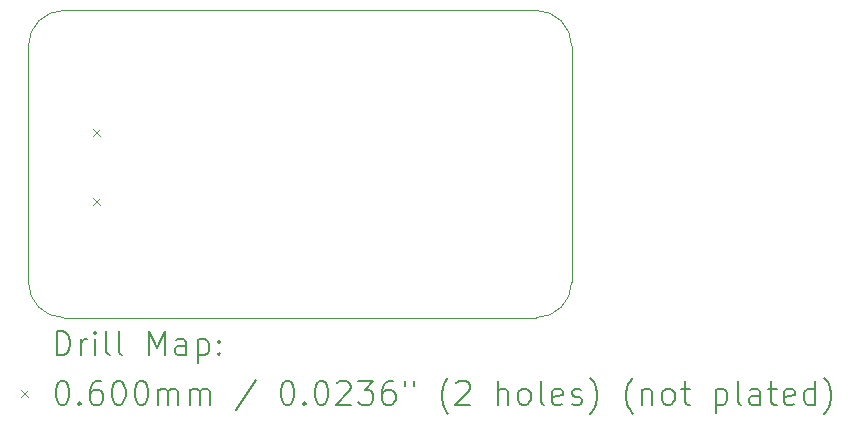
<source format=gbr>
%TF.GenerationSoftware,KiCad,Pcbnew,7.0.1*%
%TF.CreationDate,2024-01-02T22:47:19+00:00*%
%TF.ProjectId,module_test_rig,6d6f6475-6c65-45f7-9465-73745f726967,rev?*%
%TF.SameCoordinates,Original*%
%TF.FileFunction,Drillmap*%
%TF.FilePolarity,Positive*%
%FSLAX45Y45*%
G04 Gerber Fmt 4.5, Leading zero omitted, Abs format (unit mm)*
G04 Created by KiCad (PCBNEW 7.0.1) date 2024-01-02 22:47:19*
%MOMM*%
%LPD*%
G01*
G04 APERTURE LIST*
%ADD10C,0.100000*%
%ADD11C,0.200000*%
%ADD12C,0.060000*%
G04 APERTURE END LIST*
D10*
X17800000Y-7500000D02*
G75*
G03*
X17500000Y-7200000I-300000J0D01*
G01*
X13200000Y-9500000D02*
G75*
G03*
X13500000Y-9800000I300000J0D01*
G01*
X17500000Y-7200000D02*
X13500000Y-7200000D01*
X13500000Y-7200000D02*
G75*
G03*
X13200000Y-7500000I0J-300000D01*
G01*
X17500000Y-9800000D02*
G75*
G03*
X17800000Y-9500000I0J300000D01*
G01*
X13500000Y-9800000D02*
X17500000Y-9800000D01*
X17800000Y-9500000D02*
X17800000Y-7500000D01*
X13200000Y-7500000D02*
X13200000Y-9500000D01*
D11*
D12*
X13748000Y-8206000D02*
X13808000Y-8266000D01*
X13808000Y-8206000D02*
X13748000Y-8266000D01*
X13748000Y-8784000D02*
X13808000Y-8844000D01*
X13808000Y-8784000D02*
X13748000Y-8844000D01*
D11*
X13442619Y-10117524D02*
X13442619Y-9917524D01*
X13442619Y-9917524D02*
X13490238Y-9917524D01*
X13490238Y-9917524D02*
X13518809Y-9927048D01*
X13518809Y-9927048D02*
X13537857Y-9946095D01*
X13537857Y-9946095D02*
X13547381Y-9965143D01*
X13547381Y-9965143D02*
X13556905Y-10003238D01*
X13556905Y-10003238D02*
X13556905Y-10031810D01*
X13556905Y-10031810D02*
X13547381Y-10069905D01*
X13547381Y-10069905D02*
X13537857Y-10088952D01*
X13537857Y-10088952D02*
X13518809Y-10108000D01*
X13518809Y-10108000D02*
X13490238Y-10117524D01*
X13490238Y-10117524D02*
X13442619Y-10117524D01*
X13642619Y-10117524D02*
X13642619Y-9984190D01*
X13642619Y-10022286D02*
X13652143Y-10003238D01*
X13652143Y-10003238D02*
X13661667Y-9993714D01*
X13661667Y-9993714D02*
X13680714Y-9984190D01*
X13680714Y-9984190D02*
X13699762Y-9984190D01*
X13766428Y-10117524D02*
X13766428Y-9984190D01*
X13766428Y-9917524D02*
X13756905Y-9927048D01*
X13756905Y-9927048D02*
X13766428Y-9936571D01*
X13766428Y-9936571D02*
X13775952Y-9927048D01*
X13775952Y-9927048D02*
X13766428Y-9917524D01*
X13766428Y-9917524D02*
X13766428Y-9936571D01*
X13890238Y-10117524D02*
X13871190Y-10108000D01*
X13871190Y-10108000D02*
X13861667Y-10088952D01*
X13861667Y-10088952D02*
X13861667Y-9917524D01*
X13995000Y-10117524D02*
X13975952Y-10108000D01*
X13975952Y-10108000D02*
X13966428Y-10088952D01*
X13966428Y-10088952D02*
X13966428Y-9917524D01*
X14223571Y-10117524D02*
X14223571Y-9917524D01*
X14223571Y-9917524D02*
X14290238Y-10060381D01*
X14290238Y-10060381D02*
X14356905Y-9917524D01*
X14356905Y-9917524D02*
X14356905Y-10117524D01*
X14537857Y-10117524D02*
X14537857Y-10012762D01*
X14537857Y-10012762D02*
X14528333Y-9993714D01*
X14528333Y-9993714D02*
X14509286Y-9984190D01*
X14509286Y-9984190D02*
X14471190Y-9984190D01*
X14471190Y-9984190D02*
X14452143Y-9993714D01*
X14537857Y-10108000D02*
X14518809Y-10117524D01*
X14518809Y-10117524D02*
X14471190Y-10117524D01*
X14471190Y-10117524D02*
X14452143Y-10108000D01*
X14452143Y-10108000D02*
X14442619Y-10088952D01*
X14442619Y-10088952D02*
X14442619Y-10069905D01*
X14442619Y-10069905D02*
X14452143Y-10050857D01*
X14452143Y-10050857D02*
X14471190Y-10041333D01*
X14471190Y-10041333D02*
X14518809Y-10041333D01*
X14518809Y-10041333D02*
X14537857Y-10031810D01*
X14633095Y-9984190D02*
X14633095Y-10184190D01*
X14633095Y-9993714D02*
X14652143Y-9984190D01*
X14652143Y-9984190D02*
X14690238Y-9984190D01*
X14690238Y-9984190D02*
X14709286Y-9993714D01*
X14709286Y-9993714D02*
X14718809Y-10003238D01*
X14718809Y-10003238D02*
X14728333Y-10022286D01*
X14728333Y-10022286D02*
X14728333Y-10079429D01*
X14728333Y-10079429D02*
X14718809Y-10098476D01*
X14718809Y-10098476D02*
X14709286Y-10108000D01*
X14709286Y-10108000D02*
X14690238Y-10117524D01*
X14690238Y-10117524D02*
X14652143Y-10117524D01*
X14652143Y-10117524D02*
X14633095Y-10108000D01*
X14814048Y-10098476D02*
X14823571Y-10108000D01*
X14823571Y-10108000D02*
X14814048Y-10117524D01*
X14814048Y-10117524D02*
X14804524Y-10108000D01*
X14804524Y-10108000D02*
X14814048Y-10098476D01*
X14814048Y-10098476D02*
X14814048Y-10117524D01*
X14814048Y-9993714D02*
X14823571Y-10003238D01*
X14823571Y-10003238D02*
X14814048Y-10012762D01*
X14814048Y-10012762D02*
X14804524Y-10003238D01*
X14804524Y-10003238D02*
X14814048Y-9993714D01*
X14814048Y-9993714D02*
X14814048Y-10012762D01*
D12*
X13135000Y-10415000D02*
X13195000Y-10475000D01*
X13195000Y-10415000D02*
X13135000Y-10475000D01*
D11*
X13480714Y-10337524D02*
X13499762Y-10337524D01*
X13499762Y-10337524D02*
X13518809Y-10347048D01*
X13518809Y-10347048D02*
X13528333Y-10356571D01*
X13528333Y-10356571D02*
X13537857Y-10375619D01*
X13537857Y-10375619D02*
X13547381Y-10413714D01*
X13547381Y-10413714D02*
X13547381Y-10461333D01*
X13547381Y-10461333D02*
X13537857Y-10499429D01*
X13537857Y-10499429D02*
X13528333Y-10518476D01*
X13528333Y-10518476D02*
X13518809Y-10528000D01*
X13518809Y-10528000D02*
X13499762Y-10537524D01*
X13499762Y-10537524D02*
X13480714Y-10537524D01*
X13480714Y-10537524D02*
X13461667Y-10528000D01*
X13461667Y-10528000D02*
X13452143Y-10518476D01*
X13452143Y-10518476D02*
X13442619Y-10499429D01*
X13442619Y-10499429D02*
X13433095Y-10461333D01*
X13433095Y-10461333D02*
X13433095Y-10413714D01*
X13433095Y-10413714D02*
X13442619Y-10375619D01*
X13442619Y-10375619D02*
X13452143Y-10356571D01*
X13452143Y-10356571D02*
X13461667Y-10347048D01*
X13461667Y-10347048D02*
X13480714Y-10337524D01*
X13633095Y-10518476D02*
X13642619Y-10528000D01*
X13642619Y-10528000D02*
X13633095Y-10537524D01*
X13633095Y-10537524D02*
X13623571Y-10528000D01*
X13623571Y-10528000D02*
X13633095Y-10518476D01*
X13633095Y-10518476D02*
X13633095Y-10537524D01*
X13814048Y-10337524D02*
X13775952Y-10337524D01*
X13775952Y-10337524D02*
X13756905Y-10347048D01*
X13756905Y-10347048D02*
X13747381Y-10356571D01*
X13747381Y-10356571D02*
X13728333Y-10385143D01*
X13728333Y-10385143D02*
X13718809Y-10423238D01*
X13718809Y-10423238D02*
X13718809Y-10499429D01*
X13718809Y-10499429D02*
X13728333Y-10518476D01*
X13728333Y-10518476D02*
X13737857Y-10528000D01*
X13737857Y-10528000D02*
X13756905Y-10537524D01*
X13756905Y-10537524D02*
X13795000Y-10537524D01*
X13795000Y-10537524D02*
X13814048Y-10528000D01*
X13814048Y-10528000D02*
X13823571Y-10518476D01*
X13823571Y-10518476D02*
X13833095Y-10499429D01*
X13833095Y-10499429D02*
X13833095Y-10451810D01*
X13833095Y-10451810D02*
X13823571Y-10432762D01*
X13823571Y-10432762D02*
X13814048Y-10423238D01*
X13814048Y-10423238D02*
X13795000Y-10413714D01*
X13795000Y-10413714D02*
X13756905Y-10413714D01*
X13756905Y-10413714D02*
X13737857Y-10423238D01*
X13737857Y-10423238D02*
X13728333Y-10432762D01*
X13728333Y-10432762D02*
X13718809Y-10451810D01*
X13956905Y-10337524D02*
X13975952Y-10337524D01*
X13975952Y-10337524D02*
X13995000Y-10347048D01*
X13995000Y-10347048D02*
X14004524Y-10356571D01*
X14004524Y-10356571D02*
X14014048Y-10375619D01*
X14014048Y-10375619D02*
X14023571Y-10413714D01*
X14023571Y-10413714D02*
X14023571Y-10461333D01*
X14023571Y-10461333D02*
X14014048Y-10499429D01*
X14014048Y-10499429D02*
X14004524Y-10518476D01*
X14004524Y-10518476D02*
X13995000Y-10528000D01*
X13995000Y-10528000D02*
X13975952Y-10537524D01*
X13975952Y-10537524D02*
X13956905Y-10537524D01*
X13956905Y-10537524D02*
X13937857Y-10528000D01*
X13937857Y-10528000D02*
X13928333Y-10518476D01*
X13928333Y-10518476D02*
X13918809Y-10499429D01*
X13918809Y-10499429D02*
X13909286Y-10461333D01*
X13909286Y-10461333D02*
X13909286Y-10413714D01*
X13909286Y-10413714D02*
X13918809Y-10375619D01*
X13918809Y-10375619D02*
X13928333Y-10356571D01*
X13928333Y-10356571D02*
X13937857Y-10347048D01*
X13937857Y-10347048D02*
X13956905Y-10337524D01*
X14147381Y-10337524D02*
X14166429Y-10337524D01*
X14166429Y-10337524D02*
X14185476Y-10347048D01*
X14185476Y-10347048D02*
X14195000Y-10356571D01*
X14195000Y-10356571D02*
X14204524Y-10375619D01*
X14204524Y-10375619D02*
X14214048Y-10413714D01*
X14214048Y-10413714D02*
X14214048Y-10461333D01*
X14214048Y-10461333D02*
X14204524Y-10499429D01*
X14204524Y-10499429D02*
X14195000Y-10518476D01*
X14195000Y-10518476D02*
X14185476Y-10528000D01*
X14185476Y-10528000D02*
X14166429Y-10537524D01*
X14166429Y-10537524D02*
X14147381Y-10537524D01*
X14147381Y-10537524D02*
X14128333Y-10528000D01*
X14128333Y-10528000D02*
X14118809Y-10518476D01*
X14118809Y-10518476D02*
X14109286Y-10499429D01*
X14109286Y-10499429D02*
X14099762Y-10461333D01*
X14099762Y-10461333D02*
X14099762Y-10413714D01*
X14099762Y-10413714D02*
X14109286Y-10375619D01*
X14109286Y-10375619D02*
X14118809Y-10356571D01*
X14118809Y-10356571D02*
X14128333Y-10347048D01*
X14128333Y-10347048D02*
X14147381Y-10337524D01*
X14299762Y-10537524D02*
X14299762Y-10404190D01*
X14299762Y-10423238D02*
X14309286Y-10413714D01*
X14309286Y-10413714D02*
X14328333Y-10404190D01*
X14328333Y-10404190D02*
X14356905Y-10404190D01*
X14356905Y-10404190D02*
X14375952Y-10413714D01*
X14375952Y-10413714D02*
X14385476Y-10432762D01*
X14385476Y-10432762D02*
X14385476Y-10537524D01*
X14385476Y-10432762D02*
X14395000Y-10413714D01*
X14395000Y-10413714D02*
X14414048Y-10404190D01*
X14414048Y-10404190D02*
X14442619Y-10404190D01*
X14442619Y-10404190D02*
X14461667Y-10413714D01*
X14461667Y-10413714D02*
X14471190Y-10432762D01*
X14471190Y-10432762D02*
X14471190Y-10537524D01*
X14566429Y-10537524D02*
X14566429Y-10404190D01*
X14566429Y-10423238D02*
X14575952Y-10413714D01*
X14575952Y-10413714D02*
X14595000Y-10404190D01*
X14595000Y-10404190D02*
X14623571Y-10404190D01*
X14623571Y-10404190D02*
X14642619Y-10413714D01*
X14642619Y-10413714D02*
X14652143Y-10432762D01*
X14652143Y-10432762D02*
X14652143Y-10537524D01*
X14652143Y-10432762D02*
X14661667Y-10413714D01*
X14661667Y-10413714D02*
X14680714Y-10404190D01*
X14680714Y-10404190D02*
X14709286Y-10404190D01*
X14709286Y-10404190D02*
X14728333Y-10413714D01*
X14728333Y-10413714D02*
X14737857Y-10432762D01*
X14737857Y-10432762D02*
X14737857Y-10537524D01*
X15128333Y-10328000D02*
X14956905Y-10585143D01*
X15385476Y-10337524D02*
X15404524Y-10337524D01*
X15404524Y-10337524D02*
X15423572Y-10347048D01*
X15423572Y-10347048D02*
X15433095Y-10356571D01*
X15433095Y-10356571D02*
X15442619Y-10375619D01*
X15442619Y-10375619D02*
X15452143Y-10413714D01*
X15452143Y-10413714D02*
X15452143Y-10461333D01*
X15452143Y-10461333D02*
X15442619Y-10499429D01*
X15442619Y-10499429D02*
X15433095Y-10518476D01*
X15433095Y-10518476D02*
X15423572Y-10528000D01*
X15423572Y-10528000D02*
X15404524Y-10537524D01*
X15404524Y-10537524D02*
X15385476Y-10537524D01*
X15385476Y-10537524D02*
X15366429Y-10528000D01*
X15366429Y-10528000D02*
X15356905Y-10518476D01*
X15356905Y-10518476D02*
X15347381Y-10499429D01*
X15347381Y-10499429D02*
X15337857Y-10461333D01*
X15337857Y-10461333D02*
X15337857Y-10413714D01*
X15337857Y-10413714D02*
X15347381Y-10375619D01*
X15347381Y-10375619D02*
X15356905Y-10356571D01*
X15356905Y-10356571D02*
X15366429Y-10347048D01*
X15366429Y-10347048D02*
X15385476Y-10337524D01*
X15537857Y-10518476D02*
X15547381Y-10528000D01*
X15547381Y-10528000D02*
X15537857Y-10537524D01*
X15537857Y-10537524D02*
X15528333Y-10528000D01*
X15528333Y-10528000D02*
X15537857Y-10518476D01*
X15537857Y-10518476D02*
X15537857Y-10537524D01*
X15671191Y-10337524D02*
X15690238Y-10337524D01*
X15690238Y-10337524D02*
X15709286Y-10347048D01*
X15709286Y-10347048D02*
X15718810Y-10356571D01*
X15718810Y-10356571D02*
X15728333Y-10375619D01*
X15728333Y-10375619D02*
X15737857Y-10413714D01*
X15737857Y-10413714D02*
X15737857Y-10461333D01*
X15737857Y-10461333D02*
X15728333Y-10499429D01*
X15728333Y-10499429D02*
X15718810Y-10518476D01*
X15718810Y-10518476D02*
X15709286Y-10528000D01*
X15709286Y-10528000D02*
X15690238Y-10537524D01*
X15690238Y-10537524D02*
X15671191Y-10537524D01*
X15671191Y-10537524D02*
X15652143Y-10528000D01*
X15652143Y-10528000D02*
X15642619Y-10518476D01*
X15642619Y-10518476D02*
X15633095Y-10499429D01*
X15633095Y-10499429D02*
X15623572Y-10461333D01*
X15623572Y-10461333D02*
X15623572Y-10413714D01*
X15623572Y-10413714D02*
X15633095Y-10375619D01*
X15633095Y-10375619D02*
X15642619Y-10356571D01*
X15642619Y-10356571D02*
X15652143Y-10347048D01*
X15652143Y-10347048D02*
X15671191Y-10337524D01*
X15814048Y-10356571D02*
X15823572Y-10347048D01*
X15823572Y-10347048D02*
X15842619Y-10337524D01*
X15842619Y-10337524D02*
X15890238Y-10337524D01*
X15890238Y-10337524D02*
X15909286Y-10347048D01*
X15909286Y-10347048D02*
X15918810Y-10356571D01*
X15918810Y-10356571D02*
X15928333Y-10375619D01*
X15928333Y-10375619D02*
X15928333Y-10394667D01*
X15928333Y-10394667D02*
X15918810Y-10423238D01*
X15918810Y-10423238D02*
X15804524Y-10537524D01*
X15804524Y-10537524D02*
X15928333Y-10537524D01*
X15995000Y-10337524D02*
X16118810Y-10337524D01*
X16118810Y-10337524D02*
X16052143Y-10413714D01*
X16052143Y-10413714D02*
X16080714Y-10413714D01*
X16080714Y-10413714D02*
X16099762Y-10423238D01*
X16099762Y-10423238D02*
X16109286Y-10432762D01*
X16109286Y-10432762D02*
X16118810Y-10451810D01*
X16118810Y-10451810D02*
X16118810Y-10499429D01*
X16118810Y-10499429D02*
X16109286Y-10518476D01*
X16109286Y-10518476D02*
X16099762Y-10528000D01*
X16099762Y-10528000D02*
X16080714Y-10537524D01*
X16080714Y-10537524D02*
X16023572Y-10537524D01*
X16023572Y-10537524D02*
X16004524Y-10528000D01*
X16004524Y-10528000D02*
X15995000Y-10518476D01*
X16290238Y-10337524D02*
X16252143Y-10337524D01*
X16252143Y-10337524D02*
X16233095Y-10347048D01*
X16233095Y-10347048D02*
X16223572Y-10356571D01*
X16223572Y-10356571D02*
X16204524Y-10385143D01*
X16204524Y-10385143D02*
X16195000Y-10423238D01*
X16195000Y-10423238D02*
X16195000Y-10499429D01*
X16195000Y-10499429D02*
X16204524Y-10518476D01*
X16204524Y-10518476D02*
X16214048Y-10528000D01*
X16214048Y-10528000D02*
X16233095Y-10537524D01*
X16233095Y-10537524D02*
X16271191Y-10537524D01*
X16271191Y-10537524D02*
X16290238Y-10528000D01*
X16290238Y-10528000D02*
X16299762Y-10518476D01*
X16299762Y-10518476D02*
X16309286Y-10499429D01*
X16309286Y-10499429D02*
X16309286Y-10451810D01*
X16309286Y-10451810D02*
X16299762Y-10432762D01*
X16299762Y-10432762D02*
X16290238Y-10423238D01*
X16290238Y-10423238D02*
X16271191Y-10413714D01*
X16271191Y-10413714D02*
X16233095Y-10413714D01*
X16233095Y-10413714D02*
X16214048Y-10423238D01*
X16214048Y-10423238D02*
X16204524Y-10432762D01*
X16204524Y-10432762D02*
X16195000Y-10451810D01*
X16385476Y-10337524D02*
X16385476Y-10375619D01*
X16461667Y-10337524D02*
X16461667Y-10375619D01*
X16756905Y-10613714D02*
X16747381Y-10604190D01*
X16747381Y-10604190D02*
X16728334Y-10575619D01*
X16728334Y-10575619D02*
X16718810Y-10556571D01*
X16718810Y-10556571D02*
X16709286Y-10528000D01*
X16709286Y-10528000D02*
X16699762Y-10480381D01*
X16699762Y-10480381D02*
X16699762Y-10442286D01*
X16699762Y-10442286D02*
X16709286Y-10394667D01*
X16709286Y-10394667D02*
X16718810Y-10366095D01*
X16718810Y-10366095D02*
X16728334Y-10347048D01*
X16728334Y-10347048D02*
X16747381Y-10318476D01*
X16747381Y-10318476D02*
X16756905Y-10308952D01*
X16823572Y-10356571D02*
X16833096Y-10347048D01*
X16833096Y-10347048D02*
X16852143Y-10337524D01*
X16852143Y-10337524D02*
X16899762Y-10337524D01*
X16899762Y-10337524D02*
X16918810Y-10347048D01*
X16918810Y-10347048D02*
X16928334Y-10356571D01*
X16928334Y-10356571D02*
X16937857Y-10375619D01*
X16937857Y-10375619D02*
X16937857Y-10394667D01*
X16937857Y-10394667D02*
X16928334Y-10423238D01*
X16928334Y-10423238D02*
X16814048Y-10537524D01*
X16814048Y-10537524D02*
X16937857Y-10537524D01*
X17175953Y-10537524D02*
X17175953Y-10337524D01*
X17261667Y-10537524D02*
X17261667Y-10432762D01*
X17261667Y-10432762D02*
X17252143Y-10413714D01*
X17252143Y-10413714D02*
X17233096Y-10404190D01*
X17233096Y-10404190D02*
X17204524Y-10404190D01*
X17204524Y-10404190D02*
X17185477Y-10413714D01*
X17185477Y-10413714D02*
X17175953Y-10423238D01*
X17385477Y-10537524D02*
X17366429Y-10528000D01*
X17366429Y-10528000D02*
X17356905Y-10518476D01*
X17356905Y-10518476D02*
X17347381Y-10499429D01*
X17347381Y-10499429D02*
X17347381Y-10442286D01*
X17347381Y-10442286D02*
X17356905Y-10423238D01*
X17356905Y-10423238D02*
X17366429Y-10413714D01*
X17366429Y-10413714D02*
X17385477Y-10404190D01*
X17385477Y-10404190D02*
X17414048Y-10404190D01*
X17414048Y-10404190D02*
X17433096Y-10413714D01*
X17433096Y-10413714D02*
X17442619Y-10423238D01*
X17442619Y-10423238D02*
X17452143Y-10442286D01*
X17452143Y-10442286D02*
X17452143Y-10499429D01*
X17452143Y-10499429D02*
X17442619Y-10518476D01*
X17442619Y-10518476D02*
X17433096Y-10528000D01*
X17433096Y-10528000D02*
X17414048Y-10537524D01*
X17414048Y-10537524D02*
X17385477Y-10537524D01*
X17566429Y-10537524D02*
X17547381Y-10528000D01*
X17547381Y-10528000D02*
X17537858Y-10508952D01*
X17537858Y-10508952D02*
X17537858Y-10337524D01*
X17718810Y-10528000D02*
X17699762Y-10537524D01*
X17699762Y-10537524D02*
X17661667Y-10537524D01*
X17661667Y-10537524D02*
X17642619Y-10528000D01*
X17642619Y-10528000D02*
X17633096Y-10508952D01*
X17633096Y-10508952D02*
X17633096Y-10432762D01*
X17633096Y-10432762D02*
X17642619Y-10413714D01*
X17642619Y-10413714D02*
X17661667Y-10404190D01*
X17661667Y-10404190D02*
X17699762Y-10404190D01*
X17699762Y-10404190D02*
X17718810Y-10413714D01*
X17718810Y-10413714D02*
X17728334Y-10432762D01*
X17728334Y-10432762D02*
X17728334Y-10451810D01*
X17728334Y-10451810D02*
X17633096Y-10470857D01*
X17804524Y-10528000D02*
X17823572Y-10537524D01*
X17823572Y-10537524D02*
X17861667Y-10537524D01*
X17861667Y-10537524D02*
X17880715Y-10528000D01*
X17880715Y-10528000D02*
X17890239Y-10508952D01*
X17890239Y-10508952D02*
X17890239Y-10499429D01*
X17890239Y-10499429D02*
X17880715Y-10480381D01*
X17880715Y-10480381D02*
X17861667Y-10470857D01*
X17861667Y-10470857D02*
X17833096Y-10470857D01*
X17833096Y-10470857D02*
X17814048Y-10461333D01*
X17814048Y-10461333D02*
X17804524Y-10442286D01*
X17804524Y-10442286D02*
X17804524Y-10432762D01*
X17804524Y-10432762D02*
X17814048Y-10413714D01*
X17814048Y-10413714D02*
X17833096Y-10404190D01*
X17833096Y-10404190D02*
X17861667Y-10404190D01*
X17861667Y-10404190D02*
X17880715Y-10413714D01*
X17956905Y-10613714D02*
X17966429Y-10604190D01*
X17966429Y-10604190D02*
X17985477Y-10575619D01*
X17985477Y-10575619D02*
X17995000Y-10556571D01*
X17995000Y-10556571D02*
X18004524Y-10528000D01*
X18004524Y-10528000D02*
X18014048Y-10480381D01*
X18014048Y-10480381D02*
X18014048Y-10442286D01*
X18014048Y-10442286D02*
X18004524Y-10394667D01*
X18004524Y-10394667D02*
X17995000Y-10366095D01*
X17995000Y-10366095D02*
X17985477Y-10347048D01*
X17985477Y-10347048D02*
X17966429Y-10318476D01*
X17966429Y-10318476D02*
X17956905Y-10308952D01*
X18318810Y-10613714D02*
X18309286Y-10604190D01*
X18309286Y-10604190D02*
X18290239Y-10575619D01*
X18290239Y-10575619D02*
X18280715Y-10556571D01*
X18280715Y-10556571D02*
X18271191Y-10528000D01*
X18271191Y-10528000D02*
X18261667Y-10480381D01*
X18261667Y-10480381D02*
X18261667Y-10442286D01*
X18261667Y-10442286D02*
X18271191Y-10394667D01*
X18271191Y-10394667D02*
X18280715Y-10366095D01*
X18280715Y-10366095D02*
X18290239Y-10347048D01*
X18290239Y-10347048D02*
X18309286Y-10318476D01*
X18309286Y-10318476D02*
X18318810Y-10308952D01*
X18395000Y-10404190D02*
X18395000Y-10537524D01*
X18395000Y-10423238D02*
X18404524Y-10413714D01*
X18404524Y-10413714D02*
X18423572Y-10404190D01*
X18423572Y-10404190D02*
X18452143Y-10404190D01*
X18452143Y-10404190D02*
X18471191Y-10413714D01*
X18471191Y-10413714D02*
X18480715Y-10432762D01*
X18480715Y-10432762D02*
X18480715Y-10537524D01*
X18604524Y-10537524D02*
X18585477Y-10528000D01*
X18585477Y-10528000D02*
X18575953Y-10518476D01*
X18575953Y-10518476D02*
X18566429Y-10499429D01*
X18566429Y-10499429D02*
X18566429Y-10442286D01*
X18566429Y-10442286D02*
X18575953Y-10423238D01*
X18575953Y-10423238D02*
X18585477Y-10413714D01*
X18585477Y-10413714D02*
X18604524Y-10404190D01*
X18604524Y-10404190D02*
X18633096Y-10404190D01*
X18633096Y-10404190D02*
X18652143Y-10413714D01*
X18652143Y-10413714D02*
X18661667Y-10423238D01*
X18661667Y-10423238D02*
X18671191Y-10442286D01*
X18671191Y-10442286D02*
X18671191Y-10499429D01*
X18671191Y-10499429D02*
X18661667Y-10518476D01*
X18661667Y-10518476D02*
X18652143Y-10528000D01*
X18652143Y-10528000D02*
X18633096Y-10537524D01*
X18633096Y-10537524D02*
X18604524Y-10537524D01*
X18728334Y-10404190D02*
X18804524Y-10404190D01*
X18756905Y-10337524D02*
X18756905Y-10508952D01*
X18756905Y-10508952D02*
X18766429Y-10528000D01*
X18766429Y-10528000D02*
X18785477Y-10537524D01*
X18785477Y-10537524D02*
X18804524Y-10537524D01*
X19023572Y-10404190D02*
X19023572Y-10604190D01*
X19023572Y-10413714D02*
X19042620Y-10404190D01*
X19042620Y-10404190D02*
X19080715Y-10404190D01*
X19080715Y-10404190D02*
X19099762Y-10413714D01*
X19099762Y-10413714D02*
X19109286Y-10423238D01*
X19109286Y-10423238D02*
X19118810Y-10442286D01*
X19118810Y-10442286D02*
X19118810Y-10499429D01*
X19118810Y-10499429D02*
X19109286Y-10518476D01*
X19109286Y-10518476D02*
X19099762Y-10528000D01*
X19099762Y-10528000D02*
X19080715Y-10537524D01*
X19080715Y-10537524D02*
X19042620Y-10537524D01*
X19042620Y-10537524D02*
X19023572Y-10528000D01*
X19233096Y-10537524D02*
X19214048Y-10528000D01*
X19214048Y-10528000D02*
X19204524Y-10508952D01*
X19204524Y-10508952D02*
X19204524Y-10337524D01*
X19395001Y-10537524D02*
X19395001Y-10432762D01*
X19395001Y-10432762D02*
X19385477Y-10413714D01*
X19385477Y-10413714D02*
X19366429Y-10404190D01*
X19366429Y-10404190D02*
X19328334Y-10404190D01*
X19328334Y-10404190D02*
X19309286Y-10413714D01*
X19395001Y-10528000D02*
X19375953Y-10537524D01*
X19375953Y-10537524D02*
X19328334Y-10537524D01*
X19328334Y-10537524D02*
X19309286Y-10528000D01*
X19309286Y-10528000D02*
X19299762Y-10508952D01*
X19299762Y-10508952D02*
X19299762Y-10489905D01*
X19299762Y-10489905D02*
X19309286Y-10470857D01*
X19309286Y-10470857D02*
X19328334Y-10461333D01*
X19328334Y-10461333D02*
X19375953Y-10461333D01*
X19375953Y-10461333D02*
X19395001Y-10451810D01*
X19461667Y-10404190D02*
X19537858Y-10404190D01*
X19490239Y-10337524D02*
X19490239Y-10508952D01*
X19490239Y-10508952D02*
X19499762Y-10528000D01*
X19499762Y-10528000D02*
X19518810Y-10537524D01*
X19518810Y-10537524D02*
X19537858Y-10537524D01*
X19680715Y-10528000D02*
X19661667Y-10537524D01*
X19661667Y-10537524D02*
X19623572Y-10537524D01*
X19623572Y-10537524D02*
X19604524Y-10528000D01*
X19604524Y-10528000D02*
X19595001Y-10508952D01*
X19595001Y-10508952D02*
X19595001Y-10432762D01*
X19595001Y-10432762D02*
X19604524Y-10413714D01*
X19604524Y-10413714D02*
X19623572Y-10404190D01*
X19623572Y-10404190D02*
X19661667Y-10404190D01*
X19661667Y-10404190D02*
X19680715Y-10413714D01*
X19680715Y-10413714D02*
X19690239Y-10432762D01*
X19690239Y-10432762D02*
X19690239Y-10451810D01*
X19690239Y-10451810D02*
X19595001Y-10470857D01*
X19861667Y-10537524D02*
X19861667Y-10337524D01*
X19861667Y-10528000D02*
X19842620Y-10537524D01*
X19842620Y-10537524D02*
X19804524Y-10537524D01*
X19804524Y-10537524D02*
X19785477Y-10528000D01*
X19785477Y-10528000D02*
X19775953Y-10518476D01*
X19775953Y-10518476D02*
X19766429Y-10499429D01*
X19766429Y-10499429D02*
X19766429Y-10442286D01*
X19766429Y-10442286D02*
X19775953Y-10423238D01*
X19775953Y-10423238D02*
X19785477Y-10413714D01*
X19785477Y-10413714D02*
X19804524Y-10404190D01*
X19804524Y-10404190D02*
X19842620Y-10404190D01*
X19842620Y-10404190D02*
X19861667Y-10413714D01*
X19937858Y-10613714D02*
X19947382Y-10604190D01*
X19947382Y-10604190D02*
X19966429Y-10575619D01*
X19966429Y-10575619D02*
X19975953Y-10556571D01*
X19975953Y-10556571D02*
X19985477Y-10528000D01*
X19985477Y-10528000D02*
X19995001Y-10480381D01*
X19995001Y-10480381D02*
X19995001Y-10442286D01*
X19995001Y-10442286D02*
X19985477Y-10394667D01*
X19985477Y-10394667D02*
X19975953Y-10366095D01*
X19975953Y-10366095D02*
X19966429Y-10347048D01*
X19966429Y-10347048D02*
X19947382Y-10318476D01*
X19947382Y-10318476D02*
X19937858Y-10308952D01*
M02*

</source>
